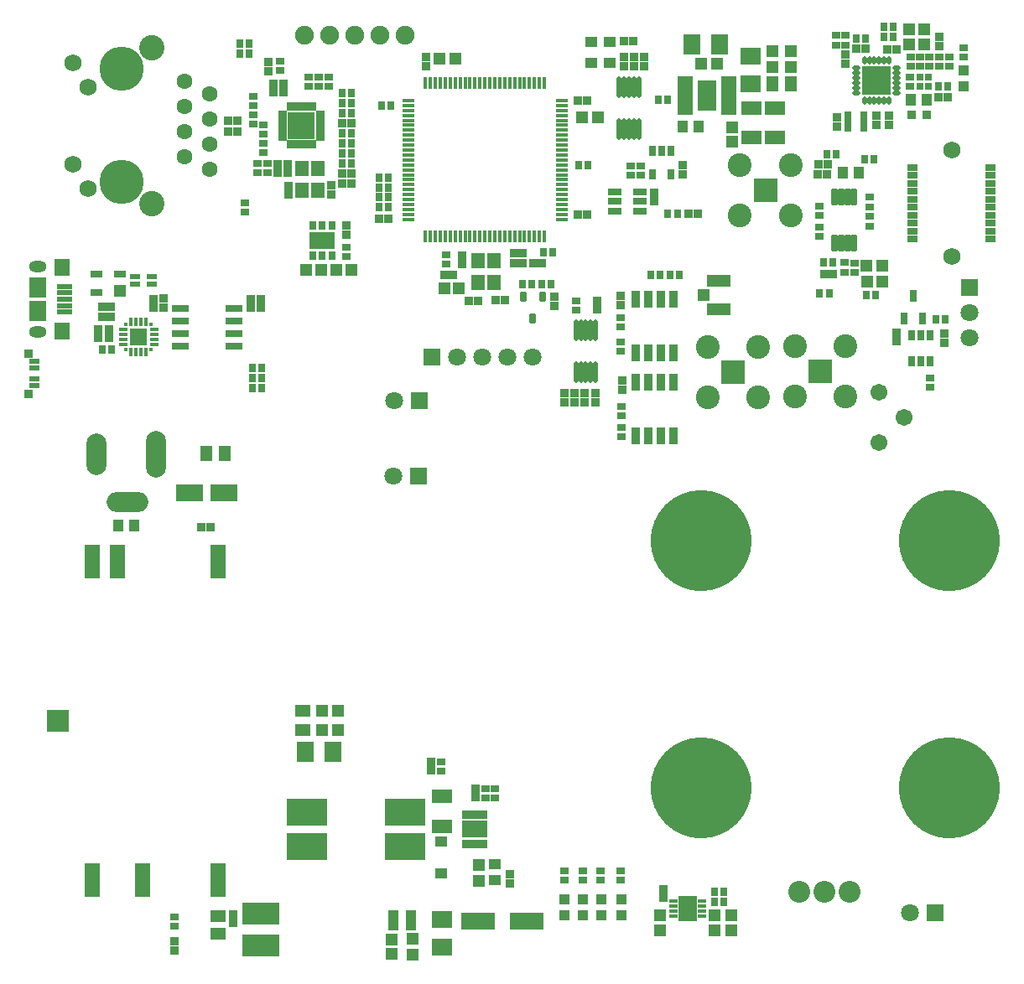
<source format=gts>
G04*
G04 #@! TF.GenerationSoftware,Altium Limited,Altium Designer,21.5.1 (32)*
G04*
G04 Layer_Color=8388736*
%FSAX24Y24*%
%MOIN*%
G70*
G04*
G04 #@! TF.SameCoordinates,EA95429E-239C-4F57-B086-3AFABEEF507B*
G04*
G04*
G04 #@! TF.FilePolarity,Negative*
G04*
G01*
G75*
%ADD29R,0.0376X0.0359*%
%ADD49R,0.0472X0.0118*%
%ADD50R,0.0118X0.0472*%
G04:AMPARAMS|DCode=52|XSize=43.3mil|YSize=23.6mil|CornerRadius=2mil|HoleSize=0mil|Usage=FLASHONLY|Rotation=90.000|XOffset=0mil|YOffset=0mil|HoleType=Round|Shape=RoundedRectangle|*
%AMROUNDEDRECTD52*
21,1,0.0433,0.0196,0,0,90.0*
21,1,0.0393,0.0236,0,0,90.0*
1,1,0.0040,0.0098,0.0196*
1,1,0.0040,0.0098,-0.0196*
1,1,0.0040,-0.0098,-0.0196*
1,1,0.0040,-0.0098,0.0196*
%
%ADD52ROUNDEDRECTD52*%
%ADD73R,0.0118X0.0354*%
%ADD74R,0.0354X0.0118*%
%ADD75R,0.0118X0.0118*%
%ADD97R,0.0434X0.0277*%
%ADD98R,0.0324X0.0308*%
%ADD99R,0.0324X0.0324*%
%ADD100R,0.0316X0.0434*%
%ADD101R,0.0474X0.0474*%
%ADD102R,0.0434X0.0474*%
%ADD103R,0.0324X0.0324*%
%ADD104R,0.0308X0.0324*%
%ADD105R,0.0363X0.0360*%
%ADD106R,0.0316X0.0789*%
%ADD107R,0.0395X0.0395*%
%ADD108R,0.1182X0.1182*%
G04:AMPARAMS|DCode=109|XSize=17.8mil|YSize=33.6mil|CornerRadius=6.5mil|HoleSize=0mil|Usage=FLASHONLY|Rotation=270.000|XOffset=0mil|YOffset=0mil|HoleType=Round|Shape=RoundedRectangle|*
%AMROUNDEDRECTD109*
21,1,0.0178,0.0207,0,0,270.0*
21,1,0.0049,0.0336,0,0,270.0*
1,1,0.0129,-0.0103,-0.0025*
1,1,0.0129,-0.0103,0.0025*
1,1,0.0129,0.0103,0.0025*
1,1,0.0129,0.0103,-0.0025*
%
%ADD109ROUNDEDRECTD109*%
G04:AMPARAMS|DCode=110|XSize=17.8mil|YSize=33.6mil|CornerRadius=6.5mil|HoleSize=0mil|Usage=FLASHONLY|Rotation=0.000|XOffset=0mil|YOffset=0mil|HoleType=Round|Shape=RoundedRectangle|*
%AMROUNDEDRECTD110*
21,1,0.0178,0.0207,0,0,0.0*
21,1,0.0049,0.0336,0,0,0.0*
1,1,0.0129,0.0025,-0.0103*
1,1,0.0129,-0.0025,-0.0103*
1,1,0.0129,-0.0025,0.0103*
1,1,0.0129,0.0025,0.0103*
%
%ADD110ROUNDEDRECTD110*%
%ADD111R,0.0297X0.0297*%
%ADD112R,0.0328X0.0340*%
%ADD113R,0.0395X0.0237*%
%ADD114R,0.0946X0.0513*%
%ADD115R,0.0513X0.0474*%
%ADD116R,0.0454X0.0474*%
%ADD117R,0.0552X0.0316*%
%ADD118O,0.0198X0.0867*%
%ADD119R,0.0474X0.0434*%
%ADD120R,0.0336X0.0680*%
%ADD121R,0.0316X0.0474*%
G04:AMPARAMS|DCode=122|XSize=29.7mil|YSize=39.5mil|CornerRadius=5.9mil|HoleSize=0mil|Usage=FLASHONLY|Rotation=0.000|XOffset=0mil|YOffset=0mil|HoleType=Round|Shape=RoundedRectangle|*
%AMROUNDEDRECTD122*
21,1,0.0297,0.0276,0,0,0.0*
21,1,0.0178,0.0395,0,0,0.0*
1,1,0.0119,0.0089,-0.0138*
1,1,0.0119,-0.0089,-0.0138*
1,1,0.0119,-0.0089,0.0138*
1,1,0.0119,0.0089,0.0138*
%
%ADD122ROUNDEDRECTD122*%
%ADD123R,0.0493X0.0631*%
G04:AMPARAMS|DCode=124|XSize=25.7mil|YSize=69mil|CornerRadius=5.9mil|HoleSize=0mil|Usage=FLASHONLY|Rotation=180.000|XOffset=0mil|YOffset=0mil|HoleType=Round|Shape=RoundedRectangle|*
%AMROUNDEDRECTD124*
21,1,0.0257,0.0571,0,0,180.0*
21,1,0.0138,0.0690,0,0,180.0*
1,1,0.0119,-0.0069,0.0286*
1,1,0.0119,0.0069,0.0286*
1,1,0.0119,0.0069,-0.0286*
1,1,0.0119,-0.0069,-0.0286*
%
%ADD124ROUNDEDRECTD124*%
%ADD125R,0.0316X0.0324*%
%ADD126R,0.0360X0.0363*%
%ADD127R,0.0789X0.0533*%
%ADD128R,0.0454X0.0454*%
%ADD129R,0.0631X0.0257*%
%ADD130R,0.0769X0.1237*%
%ADD131R,0.0651X0.0828*%
%ADD132R,0.0828X0.0651*%
%ADD133R,0.0474X0.0454*%
%ADD134R,0.0533X0.0631*%
%ADD135R,0.0454X0.0474*%
%ADD136R,0.0324X0.0316*%
%ADD137R,0.0352X0.0190*%
%ADD138R,0.0190X0.0352*%
%ADD139R,0.1064X0.1064*%
%ADD140R,0.0257X0.0375*%
%ADD141R,0.1025X0.0710*%
%ADD142R,0.0709X0.0709*%
%ADD143R,0.0690X0.0316*%
%ADD144R,0.0434X0.0237*%
%ADD145R,0.0474X0.0316*%
%ADD146R,0.0474X0.0474*%
%ADD147R,0.0631X0.0710*%
%ADD148R,0.0690X0.0828*%
%ADD149R,0.0611X0.0237*%
%ADD150R,0.1084X0.0710*%
%ADD151R,0.0631X0.1340*%
%ADD152R,0.0867X0.0867*%
%ADD153R,0.0474X0.0454*%
%ADD154R,0.0730X0.1017*%
%ADD155R,0.0356X0.0179*%
%ADD156R,0.0631X0.0493*%
%ADD157R,0.1596X0.1064*%
%ADD158R,0.0198X0.0375*%
%ADD159R,0.0505X0.0442*%
%ADD160R,0.1320X0.0710*%
%ADD161R,0.0395X0.0789*%
%ADD162R,0.1458X0.0867*%
%ADD163R,0.0631X0.0493*%
%ADD164C,0.0680*%
%ADD165R,0.0710X0.0710*%
%ADD166C,0.0946*%
%ADD167R,0.0946X0.0946*%
%ADD168C,0.0710*%
%ADD169C,0.0671*%
%ADD170R,0.0710X0.0710*%
%ADD171C,0.0749*%
%ADD172O,0.0710X0.0434*%
%ADD173O,0.0789X0.1655*%
%ADD174O,0.1655X0.0789*%
%ADD175O,0.0789X0.1852*%
%ADD176C,0.4017*%
%ADD177C,0.0867*%
%ADD178C,0.0682*%
%ADD179C,0.0630*%
%ADD180C,0.1007*%
%ADD181C,0.1760*%
D29*
X051291Y050208D02*
D03*
X050680D02*
D03*
D49*
X030669Y046068D02*
D03*
Y046265D02*
D03*
Y046462D02*
D03*
Y046658D02*
D03*
Y046855D02*
D03*
Y047052D02*
D03*
Y047249D02*
D03*
Y047446D02*
D03*
Y047643D02*
D03*
Y047839D02*
D03*
Y048036D02*
D03*
Y048233D02*
D03*
Y048430D02*
D03*
Y048627D02*
D03*
Y048824D02*
D03*
Y049021D02*
D03*
Y049217D02*
D03*
Y049414D02*
D03*
Y049611D02*
D03*
Y049808D02*
D03*
Y050005D02*
D03*
Y050202D02*
D03*
Y050399D02*
D03*
Y050595D02*
D03*
Y050792D02*
D03*
X036771D02*
D03*
Y050595D02*
D03*
Y050399D02*
D03*
Y050202D02*
D03*
Y050005D02*
D03*
Y049808D02*
D03*
Y049611D02*
D03*
Y049414D02*
D03*
Y049217D02*
D03*
Y049021D02*
D03*
Y048824D02*
D03*
Y048627D02*
D03*
Y048430D02*
D03*
Y048233D02*
D03*
Y048036D02*
D03*
Y047839D02*
D03*
Y047643D02*
D03*
Y047446D02*
D03*
Y047249D02*
D03*
Y047052D02*
D03*
Y046855D02*
D03*
Y046658D02*
D03*
Y046462D02*
D03*
Y046265D02*
D03*
Y046068D02*
D03*
D50*
X031358Y051481D02*
D03*
X031555D02*
D03*
X031751D02*
D03*
X031948D02*
D03*
X032145D02*
D03*
X032342D02*
D03*
X032539D02*
D03*
X032736D02*
D03*
X032933D02*
D03*
X033129D02*
D03*
X033326D02*
D03*
X033523D02*
D03*
X033720D02*
D03*
X033917D02*
D03*
X034114D02*
D03*
X034311D02*
D03*
X034507D02*
D03*
X034704D02*
D03*
X034901D02*
D03*
X035098D02*
D03*
X035295D02*
D03*
X035492D02*
D03*
X035689D02*
D03*
X035885D02*
D03*
X036082D02*
D03*
Y045379D02*
D03*
X035885D02*
D03*
X035689D02*
D03*
X035492D02*
D03*
X035295D02*
D03*
X035098D02*
D03*
X034901D02*
D03*
X034704D02*
D03*
X034507D02*
D03*
X034311D02*
D03*
X034114D02*
D03*
X033917D02*
D03*
X033720D02*
D03*
X033523D02*
D03*
X033326D02*
D03*
X033129D02*
D03*
X032933D02*
D03*
X032736D02*
D03*
X032539D02*
D03*
X032342D02*
D03*
X032145D02*
D03*
X031948D02*
D03*
X031751D02*
D03*
X031555D02*
D03*
X031358D02*
D03*
D52*
X050666Y041442D02*
D03*
X051040D02*
D03*
X051414D02*
D03*
Y040418D02*
D03*
X051040D02*
D03*
X050666D02*
D03*
D73*
X020251Y042000D02*
D03*
X020054D02*
D03*
X019857D02*
D03*
X019660D02*
D03*
Y040780D02*
D03*
X019857D02*
D03*
X020054D02*
D03*
X020251D02*
D03*
D74*
X019345Y041685D02*
D03*
Y041488D02*
D03*
Y041291D02*
D03*
Y041094D02*
D03*
X020566D02*
D03*
Y041291D02*
D03*
Y041488D02*
D03*
Y041685D02*
D03*
D75*
X020447Y041882D02*
D03*
Y040898D02*
D03*
X019463Y041882D02*
D03*
Y040898D02*
D03*
D97*
X053820Y045290D02*
D03*
Y045605D02*
D03*
Y045920D02*
D03*
Y046235D02*
D03*
Y046550D02*
D03*
Y046865D02*
D03*
Y047180D02*
D03*
Y047495D02*
D03*
Y047810D02*
D03*
Y048125D02*
D03*
X050710D02*
D03*
Y047495D02*
D03*
Y047180D02*
D03*
Y046865D02*
D03*
Y045920D02*
D03*
Y045290D02*
D03*
Y045605D02*
D03*
Y046550D02*
D03*
Y046235D02*
D03*
Y047810D02*
D03*
D98*
X039910Y047825D02*
D03*
Y048195D02*
D03*
X039500Y048205D02*
D03*
Y047835D02*
D03*
X052195Y052153D02*
D03*
Y052523D02*
D03*
X051785Y052528D02*
D03*
Y052158D02*
D03*
X052752Y052890D02*
D03*
Y052520D02*
D03*
X050615Y051713D02*
D03*
Y051343D02*
D03*
X050645Y052533D02*
D03*
Y052163D02*
D03*
X051015D02*
D03*
Y052533D02*
D03*
X048055Y053373D02*
D03*
Y053003D02*
D03*
X047675Y053373D02*
D03*
Y053003D02*
D03*
X051395Y052163D02*
D03*
Y052533D02*
D03*
X038320Y020165D02*
D03*
Y019795D02*
D03*
X039130Y020155D02*
D03*
Y019785D02*
D03*
X037630Y020155D02*
D03*
Y019785D02*
D03*
X036870Y020155D02*
D03*
Y019785D02*
D03*
X032190Y044285D02*
D03*
Y044655D02*
D03*
X051420Y039395D02*
D03*
Y039765D02*
D03*
X039150Y037790D02*
D03*
Y037420D02*
D03*
X037360Y042465D02*
D03*
Y042835D02*
D03*
X039160Y038630D02*
D03*
Y038260D02*
D03*
X049030Y046175D02*
D03*
Y045805D02*
D03*
X047010Y045765D02*
D03*
Y045395D02*
D03*
X049030Y046570D02*
D03*
Y046940D02*
D03*
X047010Y046595D02*
D03*
Y046225D02*
D03*
X048400Y044335D02*
D03*
Y043965D02*
D03*
X048010Y044340D02*
D03*
Y043970D02*
D03*
X039100Y042155D02*
D03*
Y041785D02*
D03*
X024525Y050964D02*
D03*
Y050594D02*
D03*
Y049844D02*
D03*
Y050214D02*
D03*
X024925Y049459D02*
D03*
Y049829D02*
D03*
Y049079D02*
D03*
Y048709D02*
D03*
X025075Y047909D02*
D03*
Y048279D02*
D03*
X024180Y046725D02*
D03*
Y046355D02*
D03*
X027525Y051359D02*
D03*
Y051729D02*
D03*
X027125Y051359D02*
D03*
Y051729D02*
D03*
X026725Y051359D02*
D03*
Y051729D02*
D03*
X039100Y040810D02*
D03*
Y041180D02*
D03*
X028200Y044970D02*
D03*
Y044600D02*
D03*
X033740Y023065D02*
D03*
Y023435D02*
D03*
X034130Y023065D02*
D03*
Y023435D02*
D03*
X031990Y024130D02*
D03*
Y024500D02*
D03*
X021390Y017955D02*
D03*
Y018325D02*
D03*
D99*
X041590Y047853D02*
D03*
Y048207D02*
D03*
X051775Y053318D02*
D03*
Y052964D02*
D03*
X048055Y052268D02*
D03*
Y052622D02*
D03*
X039650Y052517D02*
D03*
Y052163D02*
D03*
X040040D02*
D03*
Y052517D02*
D03*
X039260D02*
D03*
Y052163D02*
D03*
X039170Y039640D02*
D03*
Y039286D02*
D03*
X039100Y042663D02*
D03*
Y043017D02*
D03*
X038170Y042837D02*
D03*
Y042483D02*
D03*
X040460Y047137D02*
D03*
Y046783D02*
D03*
X032830Y044283D02*
D03*
Y044637D02*
D03*
X031380Y052517D02*
D03*
Y052163D02*
D03*
X036890Y038786D02*
D03*
Y039140D02*
D03*
X037690Y038793D02*
D03*
Y039147D02*
D03*
X038100Y038793D02*
D03*
Y039147D02*
D03*
X050090Y041567D02*
D03*
Y041213D02*
D03*
X051980Y041163D02*
D03*
Y041517D02*
D03*
X036490Y042977D02*
D03*
Y042623D02*
D03*
X037290Y039140D02*
D03*
Y038786D02*
D03*
X025325Y051117D02*
D03*
Y051471D02*
D03*
X025725Y051117D02*
D03*
Y051471D02*
D03*
X025875Y048271D02*
D03*
Y047917D02*
D03*
X025475Y048271D02*
D03*
Y047917D02*
D03*
X025925Y047398D02*
D03*
Y047044D02*
D03*
X027625Y047421D02*
D03*
Y047067D02*
D03*
X028200Y045460D02*
D03*
Y045814D02*
D03*
X024800Y042543D02*
D03*
Y042897D02*
D03*
X024400Y042543D02*
D03*
Y042897D02*
D03*
X018770Y041343D02*
D03*
Y041697D02*
D03*
X018360Y041343D02*
D03*
Y041697D02*
D03*
X020540Y042550D02*
D03*
Y042904D02*
D03*
X020950Y042553D02*
D03*
Y042907D02*
D03*
X040800Y019073D02*
D03*
Y019427D02*
D03*
X033350Y023073D02*
D03*
Y023427D02*
D03*
X031590Y024141D02*
D03*
Y024495D02*
D03*
X034700Y019663D02*
D03*
Y020017D02*
D03*
X021390Y017003D02*
D03*
Y017357D02*
D03*
X023698Y018435D02*
D03*
Y018081D02*
D03*
D100*
X041114Y048792D02*
D03*
X040740D02*
D03*
X040366D02*
D03*
Y047848D02*
D03*
X041114D02*
D03*
D101*
X051171Y053618D02*
D03*
X050580D02*
D03*
X051176Y053028D02*
D03*
X050585D02*
D03*
D102*
X050650Y050818D02*
D03*
X051280D02*
D03*
X047945Y047930D02*
D03*
X048575D02*
D03*
X041575Y049740D02*
D03*
X042205D02*
D03*
X019145Y033880D02*
D03*
X019775D02*
D03*
D103*
X051758Y050938D02*
D03*
X052113D02*
D03*
X050083Y052818D02*
D03*
X049728D02*
D03*
X048481Y052868D02*
D03*
X048835D02*
D03*
X042167Y046290D02*
D03*
X041813D02*
D03*
X039617Y053150D02*
D03*
X039263D02*
D03*
X032457Y043870D02*
D03*
X032103D02*
D03*
X037774Y046240D02*
D03*
X037420D02*
D03*
X029523Y046090D02*
D03*
X029877D02*
D03*
X037777Y050800D02*
D03*
X037423D02*
D03*
X047340Y048260D02*
D03*
X046986D02*
D03*
X047317Y047850D02*
D03*
X046963D02*
D03*
X035633Y044320D02*
D03*
X035987D02*
D03*
X034143Y042840D02*
D03*
X034497D02*
D03*
X033087Y042822D02*
D03*
X033441D02*
D03*
X034873Y044330D02*
D03*
X035227D02*
D03*
X023525Y049994D02*
D03*
X023880D02*
D03*
X023525Y049544D02*
D03*
X023880D02*
D03*
X028048Y049894D02*
D03*
X028402D02*
D03*
X028048Y047894D02*
D03*
X028402D02*
D03*
X028048Y047494D02*
D03*
X028402D02*
D03*
X018854Y042580D02*
D03*
X018500D02*
D03*
X018857Y042180D02*
D03*
X018503D02*
D03*
X022817Y033830D02*
D03*
X022463D02*
D03*
X034873Y044720D02*
D03*
X035227D02*
D03*
D104*
X051750Y051358D02*
D03*
X052120D02*
D03*
X048473Y053268D02*
D03*
X048843D02*
D03*
X049940Y053708D02*
D03*
X049570D02*
D03*
Y053318D02*
D03*
X049940D02*
D03*
X041365Y046280D02*
D03*
X040995D02*
D03*
X049195Y048470D02*
D03*
X024835Y040140D02*
D03*
X024465D02*
D03*
X024835Y039750D02*
D03*
X024465D02*
D03*
X024835Y039350D02*
D03*
X024465D02*
D03*
X047030Y043110D02*
D03*
X047400D02*
D03*
X037440Y048230D02*
D03*
X037810D02*
D03*
X029970Y050590D02*
D03*
X029600D02*
D03*
X029895Y046550D02*
D03*
X029525D02*
D03*
X036035Y044750D02*
D03*
X036405D02*
D03*
X029890Y047330D02*
D03*
X029520D02*
D03*
Y046940D02*
D03*
X029890D02*
D03*
X052025Y042090D02*
D03*
X051655D02*
D03*
X048825Y048470D02*
D03*
X041440Y043850D02*
D03*
X041070D02*
D03*
X040670Y043870D02*
D03*
X040300D02*
D03*
X047193Y044344D02*
D03*
X047563D02*
D03*
X040975Y050830D02*
D03*
X040605D02*
D03*
X023990Y053044D02*
D03*
X024360D02*
D03*
X023990Y052644D02*
D03*
X024360D02*
D03*
X028040Y051094D02*
D03*
X028410D02*
D03*
Y050694D02*
D03*
X028040D02*
D03*
Y050294D02*
D03*
X028410D02*
D03*
X028040Y049494D02*
D03*
X028410D02*
D03*
Y049094D02*
D03*
X028040D02*
D03*
X028410Y048694D02*
D03*
X028040D02*
D03*
Y048294D02*
D03*
X028410D02*
D03*
X029520Y047720D02*
D03*
X029890D02*
D03*
X018890Y040900D02*
D03*
X018520D02*
D03*
X042855Y019320D02*
D03*
X043225D02*
D03*
X043220Y018910D02*
D03*
X042850D02*
D03*
D105*
X049785Y049817D02*
D03*
Y050179D02*
D03*
X047705Y050109D02*
D03*
Y049747D02*
D03*
X049295Y049817D02*
D03*
Y050179D02*
D03*
X025125Y052325D02*
D03*
Y051963D02*
D03*
D106*
X048150Y049968D02*
D03*
X048780D02*
D03*
D107*
X052752Y052000D02*
D03*
Y051370D02*
D03*
X038340Y019035D02*
D03*
Y018405D02*
D03*
X039140Y019035D02*
D03*
Y018405D02*
D03*
X037620Y019035D02*
D03*
Y018405D02*
D03*
X036870Y019035D02*
D03*
Y018405D02*
D03*
D108*
X049293Y051581D02*
D03*
D109*
X050090Y052073D02*
D03*
Y051876D02*
D03*
Y051679D02*
D03*
Y051482D02*
D03*
Y051286D02*
D03*
Y051089D02*
D03*
X048496D02*
D03*
Y051286D02*
D03*
Y051482D02*
D03*
Y051679D02*
D03*
Y051876D02*
D03*
Y052073D02*
D03*
D110*
X049785Y050784D02*
D03*
X049588D02*
D03*
X049392D02*
D03*
X049195D02*
D03*
X048998D02*
D03*
X048801D02*
D03*
Y052378D02*
D03*
X048998D02*
D03*
X049195D02*
D03*
X049392D02*
D03*
X049588D02*
D03*
X049785D02*
D03*
D111*
X051008Y051348D02*
D03*
X051363D02*
D03*
X051363Y051718D02*
D03*
X051008D02*
D03*
D112*
X015580Y040727D02*
D03*
Y039136D02*
D03*
D113*
X015810Y040408D02*
D03*
Y040140D02*
D03*
Y039723D02*
D03*
Y039455D02*
D03*
D114*
X043030Y043620D02*
D03*
Y042478D02*
D03*
D115*
X042400Y043049D02*
D03*
D116*
X038225Y050110D02*
D03*
X037595D02*
D03*
X032555Y052440D02*
D03*
X031925D02*
D03*
X048895Y044210D02*
D03*
X049525D02*
D03*
X048900Y043580D02*
D03*
X049530D02*
D03*
X042325Y052240D02*
D03*
X042955D02*
D03*
X027255Y026530D02*
D03*
X027885D02*
D03*
X027240Y025760D02*
D03*
X027870D02*
D03*
D117*
X038886Y046402D02*
D03*
Y046776D02*
D03*
Y047150D02*
D03*
X039870D02*
D03*
Y046776D02*
D03*
Y046402D02*
D03*
D118*
X039056Y049653D02*
D03*
X039253D02*
D03*
X039450D02*
D03*
X039647D02*
D03*
X039844D02*
D03*
X039056Y051307D02*
D03*
X039253D02*
D03*
X039450D02*
D03*
X039647D02*
D03*
X039844D02*
D03*
X038124Y041657D02*
D03*
X037927D02*
D03*
X037730D02*
D03*
X037533D02*
D03*
X037336D02*
D03*
X038124Y040003D02*
D03*
X037927D02*
D03*
X037730D02*
D03*
X037533D02*
D03*
X037336D02*
D03*
D119*
X038694Y053123D02*
D03*
Y052297D02*
D03*
X037946Y053123D02*
D03*
X037946Y052297D02*
D03*
X034130Y020410D02*
D03*
Y019780D02*
D03*
D120*
X039700Y040752D02*
D03*
X040200D02*
D03*
X040700D02*
D03*
X041200D02*
D03*
Y042888D02*
D03*
X040700D02*
D03*
X040200D02*
D03*
X039700D02*
D03*
X039710Y039600D02*
D03*
X040210D02*
D03*
X040710D02*
D03*
X041210D02*
D03*
Y037465D02*
D03*
X040710D02*
D03*
X040210D02*
D03*
X039710D02*
D03*
D121*
X050372Y042120D02*
D03*
X051120D02*
D03*
X050746Y043026D02*
D03*
D122*
X035630Y042137D02*
D03*
X035256Y043003D02*
D03*
X036004D02*
D03*
D123*
X045894Y051440D02*
D03*
X045146D02*
D03*
X023384Y036770D02*
D03*
X022636D02*
D03*
D124*
X047626Y045125D02*
D03*
X047882D02*
D03*
X048138D02*
D03*
X048394D02*
D03*
X047626Y046955D02*
D03*
X047882D02*
D03*
X048138D02*
D03*
X048394D02*
D03*
D125*
X049231Y043070D02*
D03*
X048869D02*
D03*
X047691Y048670D02*
D03*
X047329D02*
D03*
X036351Y043480D02*
D03*
X035989D02*
D03*
X035219Y043490D02*
D03*
X035581D02*
D03*
D126*
X047559Y043894D02*
D03*
X047197D02*
D03*
D127*
X045260Y049339D02*
D03*
Y050481D02*
D03*
X044330D02*
D03*
Y049339D02*
D03*
X032010Y021929D02*
D03*
Y023111D02*
D03*
D128*
X043540Y049145D02*
D03*
Y049735D02*
D03*
X030030Y016845D02*
D03*
Y017435D02*
D03*
D129*
X041670Y051632D02*
D03*
Y051376D02*
D03*
Y051120D02*
D03*
Y050864D02*
D03*
Y050608D02*
D03*
Y050352D02*
D03*
X043402D02*
D03*
Y050608D02*
D03*
Y050864D02*
D03*
Y051120D02*
D03*
Y051376D02*
D03*
Y051632D02*
D03*
D130*
X042536Y050992D02*
D03*
D131*
X043061Y053010D02*
D03*
X041959D02*
D03*
X027671Y024890D02*
D03*
X026569D02*
D03*
D132*
X044280Y052571D02*
D03*
Y051469D02*
D03*
X032000Y017108D02*
D03*
Y018210D02*
D03*
D133*
X045150Y052135D02*
D03*
Y052765D02*
D03*
X045890Y052135D02*
D03*
Y052765D02*
D03*
X040690Y018405D02*
D03*
Y017775D02*
D03*
X033490Y020395D02*
D03*
Y019765D02*
D03*
X030840Y017445D02*
D03*
Y016815D02*
D03*
D134*
X033434Y044422D02*
D03*
Y043555D02*
D03*
X034064D02*
D03*
Y044422D02*
D03*
X026460Y048077D02*
D03*
Y047211D02*
D03*
X027090D02*
D03*
Y048077D02*
D03*
D135*
X032105Y043320D02*
D03*
X032695D02*
D03*
X027830Y044060D02*
D03*
X028421D02*
D03*
X027215D02*
D03*
X026625D02*
D03*
D136*
X025575Y051982D02*
D03*
Y052344D02*
D03*
X024675Y047913D02*
D03*
Y048275D02*
D03*
D137*
X025682Y049497D02*
D03*
Y049694D02*
D03*
X027178Y049300D02*
D03*
Y049497D02*
D03*
Y049694D02*
D03*
Y049890D02*
D03*
Y050087D02*
D03*
Y050284D02*
D03*
X025682D02*
D03*
Y049300D02*
D03*
Y049890D02*
D03*
Y050087D02*
D03*
D138*
X025938Y049044D02*
D03*
X026135D02*
D03*
X026332D02*
D03*
X026528D02*
D03*
X026725D02*
D03*
X026922D02*
D03*
Y050540D02*
D03*
X026725D02*
D03*
X026528D02*
D03*
X026332D02*
D03*
X026135D02*
D03*
X025938D02*
D03*
D139*
X026430Y049792D02*
D03*
D140*
X027634Y045811D02*
D03*
X027260D02*
D03*
X026886D02*
D03*
Y044629D02*
D03*
X027260D02*
D03*
X027634D02*
D03*
D141*
X027260Y045220D02*
D03*
X033310Y021810D02*
D03*
D142*
X019955Y041390D02*
D03*
D143*
X021617Y042510D02*
D03*
Y042010D02*
D03*
Y041510D02*
D03*
Y041010D02*
D03*
X023743Y042510D02*
D03*
Y042010D02*
D03*
Y041510D02*
D03*
Y041010D02*
D03*
D144*
X020485Y043473D02*
D03*
Y043787D02*
D03*
X019815Y043473D02*
D03*
Y043787D02*
D03*
D145*
X018294Y043900D02*
D03*
X019200D02*
D03*
X018294Y043152D02*
D03*
D146*
X019200Y043231D02*
D03*
D147*
X016920Y044150D02*
D03*
Y041630D02*
D03*
D148*
X015955Y042417D02*
D03*
Y043362D02*
D03*
D149*
X017009Y042378D02*
D03*
Y042634D02*
D03*
Y043402D02*
D03*
Y043146D02*
D03*
Y042890D02*
D03*
D150*
X023358Y035190D02*
D03*
X021980D02*
D03*
D151*
X023126Y032467D02*
D03*
X019126D02*
D03*
X018126D02*
D03*
X023126Y019798D02*
D03*
X020130Y019800D02*
D03*
X018126Y019798D02*
D03*
D152*
X016732Y026133D02*
D03*
D153*
X043500Y018385D02*
D03*
Y017795D02*
D03*
X042840Y018375D02*
D03*
Y017785D02*
D03*
D154*
X041781Y018652D02*
D03*
D155*
X041230Y018947D02*
D03*
Y018750D02*
D03*
Y018553D02*
D03*
Y018356D02*
D03*
X042332Y018947D02*
D03*
Y018750D02*
D03*
Y018553D02*
D03*
Y018356D02*
D03*
D156*
X026495Y026518D02*
D03*
Y025770D02*
D03*
D157*
X026633Y022498D02*
D03*
Y021120D02*
D03*
X030550D02*
D03*
Y022498D02*
D03*
D158*
X032916Y022401D02*
D03*
X033113D02*
D03*
X033310D02*
D03*
X033507D02*
D03*
X033704D02*
D03*
Y021219D02*
D03*
X033507D02*
D03*
X033310D02*
D03*
X033113D02*
D03*
X032916D02*
D03*
D159*
X031970Y021310D02*
D03*
Y020050D02*
D03*
D160*
X033455Y018170D02*
D03*
X035385D02*
D03*
D161*
X030794Y018200D02*
D03*
X030086D02*
D03*
D162*
X024830Y018460D02*
D03*
Y017200D02*
D03*
D163*
X023118Y017661D02*
D03*
Y018370D02*
D03*
D164*
X052265Y044601D02*
D03*
Y048814D02*
D03*
D165*
X052980Y043360D02*
D03*
D166*
X046036Y041024D02*
D03*
X048044D02*
D03*
Y039016D02*
D03*
X046036D02*
D03*
X045868Y048218D02*
D03*
X043860D02*
D03*
Y046210D02*
D03*
X045868D02*
D03*
X044584Y038976D02*
D03*
X042576D02*
D03*
Y040984D02*
D03*
X044584D02*
D03*
D167*
X047040Y040020D02*
D03*
X044864Y047214D02*
D03*
X043580Y039980D02*
D03*
D168*
X052980Y042360D02*
D03*
Y041360D02*
D03*
X033620Y040600D02*
D03*
X032620D02*
D03*
X034620D02*
D03*
X035620D02*
D03*
X050600Y018480D02*
D03*
X030120Y038840D02*
D03*
X030090Y035840D02*
D03*
D169*
X049380Y039200D02*
D03*
X050380Y038200D02*
D03*
X049380Y037200D02*
D03*
D170*
X031620Y040600D02*
D03*
X051600Y018480D02*
D03*
X031120Y038840D02*
D03*
X031090Y035840D02*
D03*
D171*
X029560Y053400D02*
D03*
X026560D02*
D03*
X027560D02*
D03*
X028560D02*
D03*
X030560D02*
D03*
D172*
X015955Y044189D02*
D03*
Y041591D02*
D03*
D173*
X018280Y036720D02*
D03*
D174*
X019520Y034830D02*
D03*
D175*
X020662Y036720D02*
D03*
D176*
X052170Y023440D02*
D03*
Y033283D02*
D03*
X042327D02*
D03*
Y023440D02*
D03*
D177*
X046225Y019306D02*
D03*
X047225D02*
D03*
X048225D02*
D03*
D178*
X017346Y048268D02*
D03*
X017944Y051320D02*
D03*
Y047304D02*
D03*
X017346Y052284D02*
D03*
D179*
X021775Y049544D02*
D03*
X022775Y050044D02*
D03*
Y049044D02*
D03*
X021775Y050544D02*
D03*
Y048544D02*
D03*
X022775Y051044D02*
D03*
Y048044D02*
D03*
X021775Y051544D02*
D03*
D180*
X020476Y046694D02*
D03*
Y052894D02*
D03*
D181*
X019275Y047544D02*
D03*
Y052044D02*
D03*
M02*

</source>
